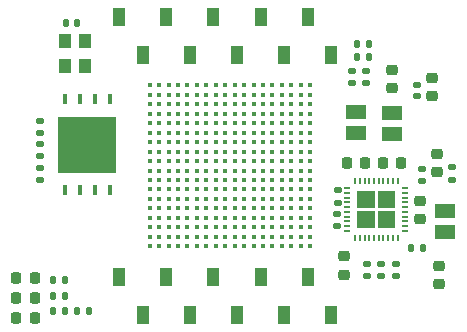
<source format=gtp>
%TF.GenerationSoftware,KiCad,Pcbnew,6.0.11+dfsg-1*%
%TF.CreationDate,2026-01-13T19:21:34-05:00*%
%TF.ProjectId,Deck_FPGA,4465636b-5f46-4504-9741-2e6b69636164,rev?*%
%TF.SameCoordinates,Original*%
%TF.FileFunction,Paste,Top*%
%TF.FilePolarity,Positive*%
%FSLAX46Y46*%
G04 Gerber Fmt 4.6, Leading zero omitted, Abs format (unit mm)*
G04 Created by KiCad (PCBNEW 6.0.11+dfsg-1) date 2026-01-13 19:21:34*
%MOMM*%
%LPD*%
G01*
G04 APERTURE LIST*
G04 Aperture macros list*
%AMRoundRect*
0 Rectangle with rounded corners*
0 $1 Rounding radius*
0 $2 $3 $4 $5 $6 $7 $8 $9 X,Y pos of 4 corners*
0 Add a 4 corners polygon primitive as box body*
4,1,4,$2,$3,$4,$5,$6,$7,$8,$9,$2,$3,0*
0 Add four circle primitives for the rounded corners*
1,1,$1+$1,$2,$3*
1,1,$1+$1,$4,$5*
1,1,$1+$1,$6,$7*
1,1,$1+$1,$8,$9*
0 Add four rect primitives between the rounded corners*
20,1,$1+$1,$2,$3,$4,$5,0*
20,1,$1+$1,$4,$5,$6,$7,0*
20,1,$1+$1,$6,$7,$8,$9,0*
20,1,$1+$1,$8,$9,$2,$3,0*%
G04 Aperture macros list end*
%ADD10R,1.803400X1.143000*%
%ADD11RoundRect,0.140000X-0.140000X-0.170000X0.140000X-0.170000X0.140000X0.170000X-0.140000X0.170000X0*%
%ADD12RoundRect,0.225000X0.250000X-0.225000X0.250000X0.225000X-0.250000X0.225000X-0.250000X-0.225000X0*%
%ADD13RoundRect,0.135000X0.135000X0.185000X-0.135000X0.185000X-0.135000X-0.185000X0.135000X-0.185000X0*%
%ADD14RoundRect,0.135000X0.185000X-0.135000X0.185000X0.135000X-0.185000X0.135000X-0.185000X-0.135000X0*%
%ADD15R,1.100000X1.300000*%
%ADD16RoundRect,0.225000X-0.250000X0.225000X-0.250000X-0.225000X0.250000X-0.225000X0.250000X0.225000X0*%
%ADD17RoundRect,0.225000X-0.225000X-0.250000X0.225000X-0.250000X0.225000X0.250000X-0.225000X0.250000X0*%
%ADD18RoundRect,0.218750X-0.218750X-0.256250X0.218750X-0.256250X0.218750X0.256250X-0.218750X0.256250X0*%
%ADD19RoundRect,0.135000X-0.185000X0.135000X-0.185000X-0.135000X0.185000X-0.135000X0.185000X0.135000X0*%
%ADD20RoundRect,0.140000X0.170000X-0.140000X0.170000X0.140000X-0.170000X0.140000X-0.170000X-0.140000X0*%
%ADD21O,0.200000X0.599999*%
%ADD22O,0.599999X0.200000*%
%ADD23R,1.000000X1.600000*%
%ADD24RoundRect,0.140000X-0.170000X0.140000X-0.170000X-0.140000X0.170000X-0.140000X0.170000X0.140000X0*%
%ADD25RoundRect,0.135000X-0.135000X-0.185000X0.135000X-0.185000X0.135000X0.185000X-0.135000X0.185000X0*%
%ADD26RoundRect,0.225000X0.225000X0.250000X-0.225000X0.250000X-0.225000X-0.250000X0.225000X-0.250000X0*%
%ADD27R,0.406400X0.863600*%
%ADD28R,4.902200X4.749800*%
%ADD29C,0.400000*%
G04 APERTURE END LIST*
%TO.C,U2*%
G36*
X114406997Y-116307000D02*
G01*
X112899997Y-116307000D01*
X112899997Y-114800000D01*
X114406997Y-114800000D01*
X114406997Y-116307000D01*
G37*
G36*
X112700000Y-116307000D02*
G01*
X111193000Y-116307000D01*
X111193000Y-114800000D01*
X112700000Y-114800000D01*
X112700000Y-116307000D01*
G37*
G36*
X114406997Y-114600003D02*
G01*
X112899997Y-114600003D01*
X112899997Y-113093003D01*
X114406997Y-113093003D01*
X114406997Y-114600003D01*
G37*
G36*
X112700000Y-114600003D02*
G01*
X111193000Y-114600003D01*
X111193000Y-113093003D01*
X112700000Y-113093003D01*
X112700000Y-114600003D01*
G37*
%TO.C,U3*%
G36*
X90651100Y-109891634D02*
G01*
X89217033Y-109891634D01*
X89217033Y-108508366D01*
X90651100Y-108508366D01*
X90651100Y-109891634D01*
G37*
G36*
X90651100Y-111474900D02*
G01*
X89217033Y-111474900D01*
X89217033Y-110091633D01*
X90651100Y-110091633D01*
X90651100Y-111474900D01*
G37*
G36*
X89017034Y-109891634D02*
G01*
X87582966Y-109891634D01*
X87582966Y-108508366D01*
X89017034Y-108508366D01*
X89017034Y-109891634D01*
G37*
G36*
X87382967Y-111474900D02*
G01*
X85948900Y-111474900D01*
X85948900Y-110091633D01*
X87382967Y-110091633D01*
X87382967Y-111474900D01*
G37*
G36*
X87382967Y-109891634D02*
G01*
X85948900Y-109891634D01*
X85948900Y-108508366D01*
X87382967Y-108508366D01*
X87382967Y-109891634D01*
G37*
G36*
X90651100Y-108308367D02*
G01*
X89217033Y-108308367D01*
X89217033Y-106925100D01*
X90651100Y-106925100D01*
X90651100Y-108308367D01*
G37*
G36*
X87382967Y-108308367D02*
G01*
X85948900Y-108308367D01*
X85948900Y-106925100D01*
X87382967Y-106925100D01*
X87382967Y-108308367D01*
G37*
G36*
X89017034Y-111474900D02*
G01*
X87582966Y-111474900D01*
X87582966Y-110091633D01*
X89017034Y-110091633D01*
X89017034Y-111474900D01*
G37*
G36*
X89017034Y-108308367D02*
G01*
X87582966Y-108308367D01*
X87582966Y-106925100D01*
X89017034Y-106925100D01*
X89017034Y-108308367D01*
G37*
%TD*%
D10*
%TO.C,L2*%
X118600000Y-114811000D03*
X118600000Y-116589000D03*
%TD*%
D11*
%TO.C,C29*%
X86520000Y-98900000D03*
X87480000Y-98900000D03*
%TD*%
D12*
%TO.C,C1*%
X117500000Y-105075000D03*
X117500000Y-103525000D03*
%TD*%
D10*
%TO.C,L1*%
X111050000Y-106461000D03*
X111050000Y-108239000D03*
%TD*%
D13*
%TO.C,R22*%
X86410000Y-122000000D03*
X85390000Y-122000000D03*
%TD*%
D14*
%TO.C,R20*%
X113200000Y-120310000D03*
X113200000Y-119290000D03*
%TD*%
D12*
%TO.C,C28*%
X114150000Y-104425000D03*
X114150000Y-102875000D03*
%TD*%
D15*
%TO.C,X1*%
X86475000Y-100450000D03*
X86475000Y-102550000D03*
X88125000Y-102550000D03*
X88125000Y-100450000D03*
%TD*%
D16*
%TO.C,C27*%
X118100000Y-119475000D03*
X118100000Y-121025000D03*
%TD*%
D14*
%TO.C,R15*%
X111900000Y-104010000D03*
X111900000Y-102990000D03*
%TD*%
D17*
%TO.C,C25*%
X113375000Y-110800000D03*
X114925000Y-110800000D03*
%TD*%
D18*
%TO.C,D1*%
X82312500Y-123900000D03*
X83887500Y-123900000D03*
%TD*%
D16*
%TO.C,C32*%
X116500000Y-113975000D03*
X116500000Y-115525000D03*
%TD*%
D19*
%TO.C,R16*%
X84300000Y-111190000D03*
X84300000Y-112210000D03*
%TD*%
D20*
%TO.C,C3*%
X116200000Y-105080000D03*
X116200000Y-104120000D03*
%TD*%
D14*
%TO.C,R26*%
X119200000Y-112160000D03*
X119200000Y-111140000D03*
%TD*%
D21*
%TO.C,U2*%
X114599998Y-112250000D03*
X114199999Y-112250000D03*
X113799998Y-112250000D03*
X113399998Y-112250000D03*
X112999999Y-112250000D03*
X112599997Y-112250000D03*
X112199998Y-112250000D03*
X111799999Y-112250000D03*
X111399997Y-112250000D03*
X110999998Y-112250000D03*
D22*
X110349997Y-112900001D03*
X110349997Y-113300000D03*
X110349997Y-113700002D03*
X110349997Y-114100001D03*
X110349997Y-114500000D03*
X110349997Y-114900002D03*
X110349997Y-115300001D03*
X110349997Y-115700001D03*
X110349997Y-116100002D03*
X110349997Y-116500001D03*
D21*
X110999998Y-117150000D03*
X111399997Y-117150000D03*
X111799999Y-117150000D03*
X112199998Y-117150000D03*
X112599997Y-117150000D03*
X112999999Y-117150000D03*
X113399998Y-117150000D03*
X113799998Y-117150000D03*
X114199999Y-117150000D03*
X114599998Y-117150000D03*
D22*
X115249997Y-116500001D03*
X115249997Y-116100002D03*
X115249997Y-115700001D03*
X115249997Y-115300001D03*
X115249997Y-114900002D03*
X115249997Y-114500000D03*
X115249997Y-114100001D03*
X115249997Y-113700002D03*
X115249997Y-113300000D03*
X115249997Y-112900001D03*
%TD*%
D23*
%TO.C,J1*%
X91000000Y-120400000D03*
X93000000Y-123600000D03*
X95000000Y-120400000D03*
X97000000Y-123600000D03*
X99000000Y-120400000D03*
X101000000Y-123600000D03*
X103000000Y-120400000D03*
X105000000Y-123600000D03*
X107000000Y-120400000D03*
X109000000Y-123600000D03*
%TD*%
D24*
%TO.C,C23*%
X109500000Y-115120000D03*
X109500000Y-116080000D03*
%TD*%
D14*
%TO.C,R10*%
X109510000Y-114110000D03*
X109510000Y-113090000D03*
%TD*%
%TO.C,R9*%
X116650000Y-112260000D03*
X116650000Y-111240000D03*
%TD*%
D16*
%TO.C,C26*%
X110100000Y-118675000D03*
X110100000Y-120225000D03*
%TD*%
D14*
%TO.C,R18*%
X114500000Y-120310000D03*
X114500000Y-119290000D03*
%TD*%
D19*
%TO.C,R17*%
X84300000Y-109190000D03*
X84300000Y-110210000D03*
%TD*%
D23*
%TO.C,J2*%
X91000000Y-98400000D03*
X93000000Y-101600000D03*
X95000000Y-98400000D03*
X97000000Y-101600000D03*
X99000000Y-98400000D03*
X101000000Y-101600000D03*
X103000000Y-98400000D03*
X105000000Y-101600000D03*
X107000000Y-98400000D03*
X109000000Y-101600000D03*
%TD*%
D25*
%TO.C,R13*%
X115740000Y-117950000D03*
X116760000Y-117950000D03*
%TD*%
D13*
%TO.C,R7*%
X88510000Y-123300000D03*
X87490000Y-123300000D03*
%TD*%
D26*
%TO.C,C22*%
X111825000Y-110800000D03*
X110275000Y-110800000D03*
%TD*%
D14*
%TO.C,R19*%
X84300000Y-108210000D03*
X84300000Y-107190000D03*
%TD*%
D18*
%TO.C,D3*%
X82312500Y-120500000D03*
X83887500Y-120500000D03*
%TD*%
D14*
%TO.C,R21*%
X112000000Y-120310000D03*
X112000000Y-119290000D03*
%TD*%
D18*
%TO.C,D2*%
X82312500Y-122200000D03*
X83887500Y-122200000D03*
%TD*%
D13*
%TO.C,R12*%
X112160000Y-100700000D03*
X111140000Y-100700000D03*
%TD*%
D25*
%TO.C,R11*%
X111140000Y-101800000D03*
X112160000Y-101800000D03*
%TD*%
D13*
%TO.C,R8*%
X86410000Y-123300000D03*
X85390000Y-123300000D03*
%TD*%
D10*
%TO.C,L3*%
X114100000Y-106511000D03*
X114100000Y-108289000D03*
%TD*%
D13*
%TO.C,R23*%
X86410000Y-120700000D03*
X85390000Y-120700000D03*
%TD*%
D27*
%TO.C,U3*%
X86395000Y-113073500D03*
X87665000Y-113073500D03*
X88935000Y-113073500D03*
X90205000Y-113073500D03*
X90205000Y-105326500D03*
X88935000Y-105326500D03*
X87665000Y-105326500D03*
X86395000Y-105326500D03*
D28*
X88300000Y-109200000D03*
%TD*%
D12*
%TO.C,C24*%
X117950000Y-111525000D03*
X117950000Y-109975000D03*
%TD*%
D14*
%TO.C,R14*%
X110700000Y-104010000D03*
X110700000Y-102990000D03*
%TD*%
D29*
%TO.C,U1*%
X93600000Y-117800000D03*
X93600000Y-117000000D03*
X93600000Y-116200000D03*
X93600000Y-115400000D03*
X93600000Y-114600000D03*
X93600000Y-113800000D03*
X93600000Y-113000000D03*
X93600000Y-112200000D03*
X93600000Y-111400000D03*
X93600000Y-110600000D03*
X93600000Y-109800000D03*
X93600000Y-109000000D03*
X93600000Y-108200000D03*
X93600000Y-107400000D03*
X93600000Y-106600000D03*
X93600000Y-105800000D03*
X93600000Y-105000000D03*
X93600000Y-104200000D03*
X94400000Y-117800000D03*
X94400000Y-117000000D03*
X94400000Y-116200000D03*
X94400000Y-115400000D03*
X94400000Y-114600000D03*
X94400000Y-113800000D03*
X94400000Y-113000000D03*
X94400000Y-112200000D03*
X94400000Y-111400000D03*
X94400000Y-110600000D03*
X94400000Y-109800000D03*
X94400000Y-109000000D03*
X94400000Y-108200000D03*
X94400000Y-107400000D03*
X94400000Y-106600000D03*
X94400000Y-105800000D03*
X94400000Y-105000000D03*
X94400000Y-104200000D03*
X95200000Y-117800000D03*
X95200000Y-117000000D03*
X95200000Y-116200000D03*
X95200000Y-115400000D03*
X95200000Y-114600000D03*
X95200000Y-113800000D03*
X95200000Y-113000000D03*
X95200000Y-112200000D03*
X95200000Y-111400000D03*
X95200000Y-110600000D03*
X95200000Y-109800000D03*
X95200000Y-109000000D03*
X95200000Y-108200000D03*
X95200000Y-107400000D03*
X95200000Y-106600000D03*
X95200000Y-105800000D03*
X95200000Y-105000000D03*
X95200000Y-104200000D03*
X96000000Y-117800000D03*
X96000000Y-117000000D03*
X96000000Y-116200000D03*
X96000000Y-115400000D03*
X96000000Y-114600000D03*
X96000000Y-113800000D03*
X96000000Y-113000000D03*
X96000000Y-112200000D03*
X96000000Y-111400000D03*
X96000000Y-110600000D03*
X96000000Y-109800000D03*
X96000000Y-109000000D03*
X96000000Y-108200000D03*
X96000000Y-107400000D03*
X96000000Y-106600000D03*
X96000000Y-105800000D03*
X96000000Y-105000000D03*
X96000000Y-104200000D03*
X96800000Y-117800000D03*
X96800000Y-117000000D03*
X96800000Y-116200000D03*
X96800000Y-115400000D03*
X96800000Y-114600000D03*
X96800000Y-113800000D03*
X96800000Y-113000000D03*
X96800000Y-112200000D03*
X96800000Y-111400000D03*
X96800000Y-110600000D03*
X96800000Y-109800000D03*
X96800000Y-109000000D03*
X96800000Y-108200000D03*
X96800000Y-107400000D03*
X96800000Y-106600000D03*
X96800000Y-105800000D03*
X96800000Y-105000000D03*
X96800000Y-104200000D03*
X97600000Y-117800000D03*
X97600000Y-117000000D03*
X97600000Y-116200000D03*
X97600000Y-115400000D03*
X97600000Y-114600000D03*
X97600000Y-113800000D03*
X97600000Y-113000000D03*
X97600000Y-112200000D03*
X97600000Y-111400000D03*
X97600000Y-110600000D03*
X97600000Y-109800000D03*
X97600000Y-109000000D03*
X97600000Y-108200000D03*
X97600000Y-107400000D03*
X97600000Y-106600000D03*
X97600000Y-105800000D03*
X97600000Y-105000000D03*
X97600000Y-104200000D03*
X98400000Y-117800000D03*
X98400000Y-117000000D03*
X98400000Y-116200000D03*
X98400000Y-115400000D03*
X98400000Y-114600000D03*
X98400000Y-113800000D03*
X98400000Y-113000000D03*
X98400000Y-112200000D03*
X98400000Y-111400000D03*
X98400000Y-110600000D03*
X98400000Y-109800000D03*
X98400000Y-109000000D03*
X98400000Y-108200000D03*
X98400000Y-107400000D03*
X98400000Y-106600000D03*
X98400000Y-105800000D03*
X98400000Y-105000000D03*
X98400000Y-104200000D03*
X99200000Y-117800000D03*
X99200000Y-117000000D03*
X99200000Y-116200000D03*
X99200000Y-115400000D03*
X99200000Y-114600000D03*
X99200000Y-113800000D03*
X99200000Y-113000000D03*
X99200000Y-112200000D03*
X99200000Y-111400000D03*
X99200000Y-110600000D03*
X99200000Y-109800000D03*
X99200000Y-109000000D03*
X99200000Y-108200000D03*
X99200000Y-107400000D03*
X99200000Y-106600000D03*
X99200000Y-105800000D03*
X99200000Y-105000000D03*
X99200000Y-104200000D03*
X100000000Y-117800000D03*
X100000000Y-117000000D03*
X100000000Y-116200000D03*
X100000000Y-115400000D03*
X100000000Y-114600000D03*
X100000000Y-113800000D03*
X100000000Y-113000000D03*
X100000000Y-112200000D03*
X100000000Y-111400000D03*
X100000000Y-110600000D03*
X100000000Y-109800000D03*
X100000000Y-109000000D03*
X100000000Y-108200000D03*
X100000000Y-107400000D03*
X100000000Y-106600000D03*
X100000000Y-105800000D03*
X100000000Y-105000000D03*
X100000000Y-104200000D03*
X100800000Y-117800000D03*
X100800000Y-117000000D03*
X100800000Y-116200000D03*
X100800000Y-115400000D03*
X100800000Y-114600000D03*
X100800000Y-113800000D03*
X100800000Y-113000000D03*
X100800000Y-112200000D03*
X100800000Y-111400000D03*
X100800000Y-110600000D03*
X100800000Y-109800000D03*
X100800000Y-109000000D03*
X100800000Y-108200000D03*
X100800000Y-107400000D03*
X100800000Y-106600000D03*
X100800000Y-105800000D03*
X100800000Y-105000000D03*
X100800000Y-104200000D03*
X101600000Y-117800000D03*
X101600000Y-117000000D03*
X101600000Y-116200000D03*
X101600000Y-115400000D03*
X101600000Y-114600000D03*
X101600000Y-113800000D03*
X101600000Y-113000000D03*
X101600000Y-112200000D03*
X101600000Y-111400000D03*
X101600000Y-110600000D03*
X101600000Y-109800000D03*
X101600000Y-109000000D03*
X101600000Y-108200000D03*
X101600000Y-107400000D03*
X101600000Y-106600000D03*
X101600000Y-105800000D03*
X101600000Y-105000000D03*
X101600000Y-104200000D03*
X102400000Y-117800000D03*
X102400000Y-117000000D03*
X102400000Y-116200000D03*
X102400000Y-115400000D03*
X102400000Y-114600000D03*
X102400000Y-113800000D03*
X102400000Y-113000000D03*
X102400000Y-112200000D03*
X102400000Y-111400000D03*
X102400000Y-110600000D03*
X102400000Y-109800000D03*
X102400000Y-109000000D03*
X102400000Y-108200000D03*
X102400000Y-107400000D03*
X102400000Y-106600000D03*
X102400000Y-105800000D03*
X102400000Y-105000000D03*
X102400000Y-104200000D03*
X103200000Y-117800000D03*
X103200000Y-117000000D03*
X103200000Y-116200000D03*
X103200000Y-115400000D03*
X103200000Y-114600000D03*
X103200000Y-113800000D03*
X103200000Y-113000000D03*
X103200000Y-112200000D03*
X103200000Y-111400000D03*
X103200000Y-110600000D03*
X103200000Y-109800000D03*
X103200000Y-109000000D03*
X103200000Y-108200000D03*
X103200000Y-107400000D03*
X103200000Y-106600000D03*
X103200000Y-105800000D03*
X103200000Y-105000000D03*
X103200000Y-104200000D03*
X104000000Y-117800000D03*
X104000000Y-117000000D03*
X104000000Y-116200000D03*
X104000000Y-115400000D03*
X104000000Y-114600000D03*
X104000000Y-113800000D03*
X104000000Y-113000000D03*
X104000000Y-112200000D03*
X104000000Y-111400000D03*
X104000000Y-110600000D03*
X104000000Y-109800000D03*
X104000000Y-109000000D03*
X104000000Y-108200000D03*
X104000000Y-107400000D03*
X104000000Y-106600000D03*
X104000000Y-105800000D03*
X104000000Y-105000000D03*
X104000000Y-104200000D03*
X104800000Y-117800000D03*
X104800000Y-117000000D03*
X104800000Y-116200000D03*
X104800000Y-115400000D03*
X104800000Y-114600000D03*
X104800000Y-113800000D03*
X104800000Y-113000000D03*
X104800000Y-112200000D03*
X104800000Y-111400000D03*
X104800000Y-110600000D03*
X104800000Y-109800000D03*
X104800000Y-109000000D03*
X104800000Y-108200000D03*
X104800000Y-107400000D03*
X104800000Y-106600000D03*
X104800000Y-105800000D03*
X104800000Y-105000000D03*
X104800000Y-104200000D03*
X105600000Y-117800000D03*
X105600000Y-117000000D03*
X105600000Y-116200000D03*
X105600000Y-115400000D03*
X105600000Y-114600000D03*
X105600000Y-113800000D03*
X105600000Y-113000000D03*
X105600000Y-112200000D03*
X105600000Y-111400000D03*
X105600000Y-110600000D03*
X105600000Y-109800000D03*
X105600000Y-109000000D03*
X105600000Y-108200000D03*
X105600000Y-107400000D03*
X105600000Y-106600000D03*
X105600000Y-105800000D03*
X105600000Y-105000000D03*
X105600000Y-104200000D03*
X106400000Y-117800000D03*
X106400000Y-117000000D03*
X106400000Y-116200000D03*
X106400000Y-115400000D03*
X106400000Y-114600000D03*
X106400000Y-113800000D03*
X106400000Y-113000000D03*
X106400000Y-112200000D03*
X106400000Y-111400000D03*
X106400000Y-110600000D03*
X106400000Y-109800000D03*
X106400000Y-109000000D03*
X106400000Y-108200000D03*
X106400000Y-107400000D03*
X106400000Y-106600000D03*
X106400000Y-105800000D03*
X106400000Y-105000000D03*
X106400000Y-104200000D03*
X107200000Y-117800000D03*
X107200000Y-117000000D03*
X107200000Y-116200000D03*
X107200000Y-115400000D03*
X107200000Y-114600000D03*
X107200000Y-113800000D03*
X107200000Y-113000000D03*
X107200000Y-112200000D03*
X107200000Y-111400000D03*
X107200000Y-110600000D03*
X107200000Y-109800000D03*
X107200000Y-109000000D03*
X107200000Y-108200000D03*
X107200000Y-107400000D03*
X107200000Y-106600000D03*
X107200000Y-105800000D03*
X107200000Y-105000000D03*
X107200000Y-104200000D03*
%TD*%
M02*

</source>
